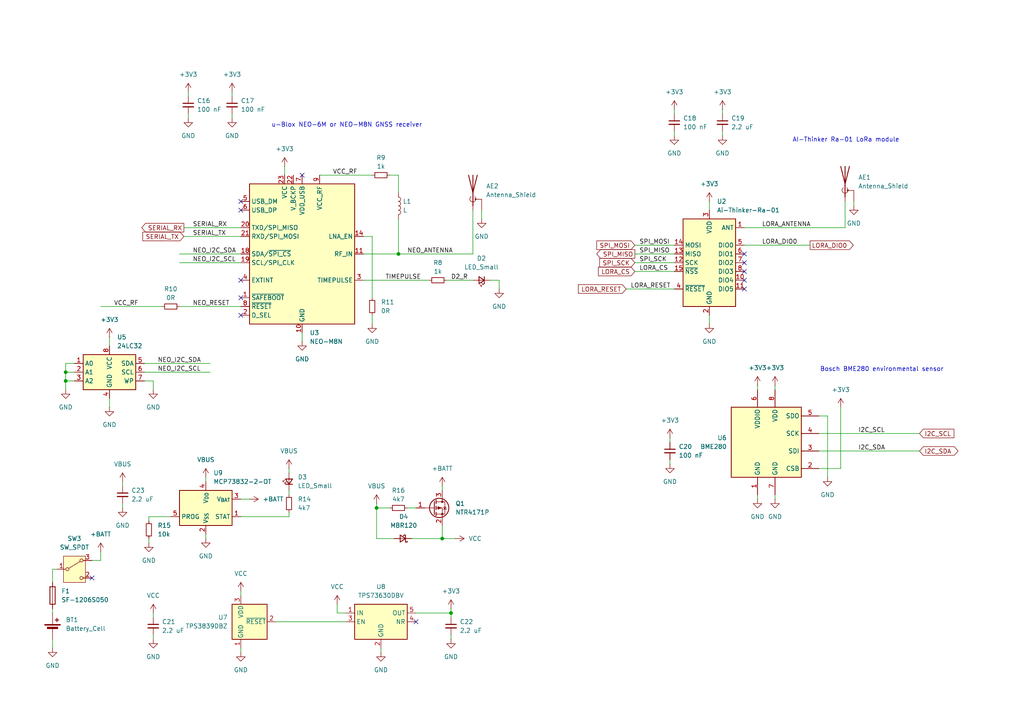
<source format=kicad_sch>
(kicad_sch (version 20231120) (generator "eeschema") (generator_version "8.0")
  (paper "A4")
  (title_block (title "RP2040LoRaTracker") (date "2025-03-31") (rev "0.1") (company "generationmake"))
  (lib_symbols
    (symbol "Battery_Management:MCP73832-2-OT"
      (property "Reference" "U" (at -7.62 6.35 0))
      (property "Value" "MCP73832-2-OT" (at 1.27 6.35 0))
      (symbol "MCP73832-2-OT_0_1"
        (rectangle (start -7.62 5.08) (end 7.62 -5.08) (stroke (width 0.254)) (fill (type background)))
      )
      (symbol "MCP73832-2-OT_1_1"
        (pin open_collector line (at 10.16 -2.54 180) (length 2.54) (name "STAT") (number "1"))
        (pin power_in line (at 0 -7.62 90) (length 2.54) (name "V_{SS}") (number "2"))
        (pin power_out line (at 10.16 2.54 180) (length 2.54) (name "V_{BAT}") (number "3"))
        (pin power_in line (at 0 7.62 270) (length 2.54) (name "V_{DD}") (number "4"))
        (pin input line (at -10.16 -2.54 0) (length 2.54) (name "PROG") (number "5"))
      )
    )
    (symbol "Device:Antenna_Shield" (pin_numbers hide) (pin_names (offset 1.016) hide)
      (property "Reference" "AE" (at -1.905 4.445 0))
      (property "Value" "Antenna_Shield" (at -1.905 2.54 0))
      (symbol "Antenna_Shield_0_1"
        (arc (start -0.508 -1.143) (mid -0.8429 -2.1194) (end 0 -2.667))
        (arc (start 0 -2.667) (mid 0.7989 -2.1052) (end 0.508 -1.143))
        (polyline (pts (xy 0 -2.54) (xy 0 0)))
        (polyline (pts (xy 0 5.08) (xy 0 -3.81)) (stroke (width 0.254)))
        (polyline (pts (xy 0.762 -1.905) (xy 2.54 -1.905)))
        (polyline (pts (xy 2.54 -2.54) (xy 2.54 -1.905)))
        (polyline (pts (xy 1.27 5.08) (xy 0 0) (xy -1.27 5.08)) (stroke (width 0.254)))
        (circle (center 0.762 -1.905) (radius 0.1778) (fill (type outline)))
      )
      (symbol "Antenna_Shield_1_1"
        (pin input line (at 0 -5.08 90) (length 2.54) (name "A") (number "1"))
        (pin input line (at 2.54 -5.08 90) (length 2.54) (name "Shield") (number "2"))
      )
    )
    (symbol "Device:Battery_Cell" (pin_numbers hide) (pin_names (offset 0) hide)
      (property "Reference" "BT" (at 2.54 2.54 0))
      (property "Value" "Battery_Cell" (at 2.54 0 0))
      (symbol "Battery_Cell_0_1"
        (rectangle (start -2.286 1.778) (end 2.286 1.524) (fill (type outline)))
        (rectangle (start -1.524 1.016) (end 1.524 0.508) (fill (type outline)))
        (polyline (pts (xy 0 0.762) (xy 0 0)))
        (polyline (pts (xy 0 1.778) (xy 0 2.54)))
        (polyline (pts (xy 0.762 3.048) (xy 1.778 3.048)) (stroke (width 0.254)))
        (polyline (pts (xy 1.27 3.556) (xy 1.27 2.54)) (stroke (width 0.254)))
      )
      (symbol "Battery_Cell_1_1"
        (pin passive line (at 0 5.08 270) (length 2.54) (name "+") (number "1"))
        (pin passive line (at 0 -2.54 90) (length 2.54) (name "-") (number "2"))
      )
    )
    (symbol "Device:C_Small" (pin_numbers hide) (pin_names (offset 0.254) hide)
      (property "Reference" "C" (at 0.254 1.778 0))
      (property "Value" "C_Small" (at 0.254 -2.032 0))
      (symbol "C_Small_0_1"
        (polyline (pts (xy -1.524 -0.508) (xy 1.524 -0.508)) (stroke (width 0.3302)))
        (polyline (pts (xy -1.524 0.508) (xy 1.524 0.508)) (stroke (width 0.3048)))
      )
      (symbol "C_Small_1_1"
        (pin passive line (at 0 2.54 270) (length 2.032) (name "~") (number "1"))
        (pin passive line (at 0 -2.54 90) (length 2.032) (name "~") (number "2"))
      )
    )
    (symbol "Device:D_Schottky_Small" (pin_numbers hide) (pin_names (offset 0.254) hide)
      (property "Reference" "D" (at -1.27 2.032 0))
      (property "Value" "D_Schottky_Small" (at -7.112 -2.032 0))
      (symbol "D_Schottky_Small_0_1"
        (polyline (pts (xy -0.762 0) (xy 0.762 0)))
        (polyline (pts (xy 0.762 -1.016) (xy -0.762 0) (xy 0.762 1.016) (xy 0.762 -1.016)) (stroke (width 0.254)))
        (polyline (pts (xy -1.27 0.762) (xy -1.27 1.016) (xy -0.762 1.016) (xy -0.762 -1.016) (xy -0.254 -1.016) (xy -0.254 -0.762)) (stroke (width 0.254)))
      )
      (symbol "D_Schottky_Small_1_1"
        (pin passive line (at -2.54 0 0) (length 1.778) (name "K") (number "1"))
        (pin passive line (at 2.54 0 180) (length 1.778) (name "A") (number "2"))
      )
    )
    (symbol "Device:Fuse" (pin_numbers hide) (pin_names (offset 0))
      (property "Reference" "F" (at 2.032 0 90))
      (property "Value" "Fuse" (at -1.905 0 90))
      (symbol "Fuse_0_1"
        (rectangle (start -0.762 -2.54) (end 0.762 2.54) (stroke (width 0.254)))
        (polyline (pts (xy 0 2.54) (xy 0 -2.54)))
      )
      (symbol "Fuse_1_1"
        (pin passive line (at 0 3.81 270) (length 1.27) (name "~") (number "1"))
        (pin passive line (at 0 -3.81 90) (length 1.27) (name "~") (number "2"))
      )
    )
    (symbol "Device:L" (pin_numbers hide) (pin_names (offset 1.016) hide)
      (property "Reference" "L" (at -1.27 0 90))
      (property "Value" "L" (at 1.905 0 90))
      (symbol "L_0_1"
        (arc (start 0 -2.54) (mid 0.6323 -1.905) (end 0 -1.27))
        (arc (start 0 -1.27) (mid 0.6323 -0.635) (end 0 0))
        (arc (start 0 0) (mid 0.6323 0.635) (end 0 1.27))
        (arc (start 0 1.27) (mid 0.6323 1.905) (end 0 2.54))
      )
      (symbol "L_1_1"
        (pin passive line (at 0 3.81 270) (length 1.27) (name "1") (number "1"))
        (pin passive line (at 0 -3.81 90) (length 1.27) (name "2") (number "2"))
      )
    )
    (symbol "Device:LED_Small" (pin_numbers hide) (pin_names (offset 0.254) hide)
      (property "Reference" "D" (at -1.27 3.175 0))
      (property "Value" "LED_Small" (at -4.445 -2.54 0))
      (symbol "LED_Small_0_1"
        (polyline (pts (xy -0.762 -1.016) (xy -0.762 1.016)) (stroke (width 0.254)))
        (polyline (pts (xy 1.016 0) (xy -0.762 0)))
        (polyline (pts (xy 0.762 -1.016) (xy -0.762 0) (xy 0.762 1.016) (xy 0.762 -1.016)) (stroke (width 0.254)))
        (polyline (pts (xy 0 0.762) (xy -0.508 1.27) (xy -0.254 1.27) (xy -0.508 1.27) (xy -0.508 1.016)))
        (polyline (pts (xy 0.508 1.27) (xy 0 1.778) (xy 0.254 1.778) (xy 0 1.778) (xy 0 1.524)))
      )
      (symbol "LED_Small_1_1"
        (pin passive line (at -2.54 0 0) (length 1.778) (name "K") (number "1"))
        (pin passive line (at 2.54 0 180) (length 1.778) (name "A") (number "2"))
      )
    )
    (symbol "Device:Q_PMOS_GSD" (pin_names (offset 0) hide)
      (property "Reference" "Q" (at 5.08 1.27 0))
      (property "Value" "Q_PMOS_GSD" (at 5.08 -1.27 0))
      (symbol "Q_PMOS_GSD_0_1"
        (polyline (pts (xy 0.254 0) (xy -2.54 0)))
        (polyline (pts (xy 0.254 1.905) (xy 0.254 -1.905)) (stroke (width 0.254)))
        (polyline (pts (xy 0.762 -1.27) (xy 0.762 -2.286)) (stroke (width 0.254)))
        (polyline (pts (xy 0.762 0.508) (xy 0.762 -0.508)) (stroke (width 0.254)))
        (polyline (pts (xy 0.762 2.286) (xy 0.762 1.27)) (stroke (width 0.254)))
        (polyline (pts (xy 2.54 2.54) (xy 2.54 1.778)))
        (polyline (pts (xy 2.54 -2.54) (xy 2.54 0) (xy 0.762 0)))
        (polyline (pts (xy 0.762 1.778) (xy 3.302 1.778) (xy 3.302 -1.778) (xy 0.762 -1.778)))
        (polyline (pts (xy 2.286 0) (xy 1.27 0.381) (xy 1.27 -0.381) (xy 2.286 0)) (fill (type outline)))
        (polyline (pts (xy 2.794 -0.508) (xy 2.921 -0.381) (xy 3.683 -0.381) (xy 3.81 -0.254)))
        (polyline (pts (xy 3.302 -0.381) (xy 2.921 0.254) (xy 3.683 0.254) (xy 3.302 -0.381)))
        (circle (center 1.651 0) (radius 2.794) (stroke (width 0.254)))
        (circle (center 2.54 -1.778) (radius 0.254) (fill (type outline)))
        (circle (center 2.54 1.778) (radius 0.254) (fill (type outline)))
      )
      (symbol "Q_PMOS_GSD_1_1"
        (pin input line (at -5.08 0 0) (length 2.54) (name "G") (number "1"))
        (pin passive line (at 2.54 -5.08 90) (length 2.54) (name "S") (number "2"))
        (pin passive line (at 2.54 5.08 270) (length 2.54) (name "D") (number "3"))
      )
    )
    (symbol "Device:R_Small" (pin_numbers hide) (pin_names (offset 0.254) hide)
      (property "Reference" "R" (at 0.762 0.508 0))
      (property "Value" "R_Small" (at 0.762 -1.016 0))
      (symbol "R_Small_0_1"
        (rectangle (start -0.762 1.778) (end 0.762 -1.778) (stroke (width 0.2032)))
      )
      (symbol "R_Small_1_1"
        (pin passive line (at 0 2.54 270) (length 0.762) (name "~") (number "1"))
        (pin passive line (at 0 -2.54 90) (length 0.762) (name "~") (number "2"))
      )
    )
    (symbol "Memory_EEPROM:24LC32"
      (property "Reference" "U" (at -6.35 6.35 0))
      (property "Value" "24LC32" (at 1.27 6.35 0))
      (symbol "24LC32_1_1"
        (rectangle (start -7.62 5.08) (end 7.62 -5.08) (stroke (width 0.254)) (fill (type background)))
        (pin input line (at -10.16 2.54 0) (length 2.54) (name "A0") (number "1"))
        (pin input line (at -10.16 0 0) (length 2.54) (name "A1") (number "2"))
        (pin input line (at -10.16 -2.54 0) (length 2.54) (name "A2") (number "3"))
        (pin power_in line (at 0 -7.62 90) (length 2.54) (name "GND") (number "4"))
        (pin bidirectional line (at 10.16 2.54 180) (length 2.54) (name "SDA") (number "5"))
        (pin input line (at 10.16 0 180) (length 2.54) (name "SCL") (number "6"))
        (pin input line (at 10.16 -2.54 180) (length 2.54) (name "WP") (number "7"))
        (pin power_in line (at 0 7.62 270) (length 2.54) (name "VCC") (number "8"))
      )
    )
    (symbol "Power_Supervisor:TPS3839DBZ" (pin_names (offset 0.254))
      (property "Reference" "U" (at 2.54 8.89 0))
      (property "Value" "TPS3839DBZ" (at 2.54 6.35 0))
      (symbol "TPS3839DBZ_0_1"
        (rectangle (start -2.54 5.08) (end 7.62 -5.08) (stroke (width 0.254)) (fill (type background)))
      )
      (symbol "TPS3839DBZ_1_1"
        (pin power_in line (at 0 -7.62 90) (length 2.54) (name "GND") (number "1"))
        (pin output line (at 10.16 0 180) (length 2.54) (name "~{RESET}") (number "2"))
        (pin power_in line (at 0 7.62 270) (length 2.54) (name "VDD") (number "3"))
      )
    )
    (symbol "RF_GPS:NEO-M8N"
      (property "Reference" "U" (at -13.97 21.59 0))
      (property "Value" "NEO-M8N" (at 11.43 21.59 0))
      (symbol "NEO-M8N_0_1"
        (rectangle (start -15.24 20.32) (end 15.24 -20.32) (stroke (width 0.254)) (fill (type background)))
      )
      (symbol "NEO-M8N_1_1"
        (pin input line (at -17.78 -12.7 0) (length 2.54) (name "~{SAFEBOOT}") (number "1"))
        (pin power_in line (at 0 -22.86 90) (length 2.54) (name "GND") (number "10"))
        (pin input line (at 17.78 0 180) (length 2.54) (name "RF_IN") (number "11"))
        (pin passive line (at 0 -22.86 90) (length 2.54) hide (name "GND") (number "12"))
        (pin passive line (at 0 -22.86 90) (length 2.54) hide (name "GND") (number "13"))
        (pin output line (at 17.78 5.08 180) (length 2.54) (name "LNA_EN") (number "14"))
        (pin no_connect line (at 15.24 -10.16 180) (length 2.54) hide (name "RESERVED") (number "15"))
        (pin no_connect line (at 15.24 -12.7 180) (length 2.54) hide (name "RESERVED") (number "16"))
        (pin no_connect line (at 15.24 -15.24 180) (length 2.54) hide (name "RESERVED") (number "17"))
        (pin bidirectional line (at -17.78 0 0) (length 2.54) (name "SDA/~{SPI_CS}") (number "18"))
        (pin input line (at -17.78 -2.54 0) (length 2.54) (name "SCL/SPI_CLK") (number "19"))
        (pin input line (at -17.78 -17.78 0) (length 2.54) (name "D_SEL") (number "2"))
        (pin output line (at -17.78 7.62 0) (length 2.54) (name "TXD/SPI_MISO") (number "20"))
        (pin input line (at -17.78 5.08 0) (length 2.54) (name "RXD/SPI_MOSI") (number "21"))
        (pin power_in line (at -2.54 22.86 270) (length 2.54) (name "V_BCKP") (number "22"))
        (pin power_in line (at -5.08 22.86 270) (length 2.54) (name "VCC") (number "23"))
        (pin passive line (at 0 -22.86 90) (length 2.54) hide (name "GND") (number "24"))
        (pin output line (at 17.78 -7.62 180) (length 2.54) (name "TIMEPULSE") (number "3"))
        (pin input line (at -17.78 -7.62 0) (length 2.54) (name "EXTINT") (number "4"))
        (pin bidirectional line (at -17.78 15.24 0) (length 2.54) (name "USB_DM") (number "5"))
        (pin bidirectional line (at -17.78 12.7 0) (length 2.54) (name "USB_DP") (number "6"))
        (pin power_in line (at 0 22.86 270) (length 2.54) (name "VDD_USB") (number "7"))
        (pin input line (at -17.78 -15.24 0) (length 2.54) (name "~{RESET}") (number "8"))
        (pin power_out line (at 5.08 22.86 270) (length 2.54) (name "VCC_RF") (number "9"))
      )
    )
    (symbol "RF_Module:Ai-Thinker-Ra-01"
      (property "Reference" "U" (at 2.54 17.78 0))
      (property "Value" "Ai-Thinker-Ra-01" (at 13.97 -15.24 0))
      (symbol "Ai-Thinker-Ra-01_0_1"
        (rectangle (start -7.62 12.7) (end 7.62 -12.7) (stroke (width 0.254)) (fill (type background)))
      )
      (symbol "Ai-Thinker-Ra-01_1_1"
        (pin passive line (at 10.16 10.16 180) (length 2.54) (name "ANT") (number "1"))
        (pin bidirectional line (at 10.16 -5.08 180) (length 2.54) (name "DIO4") (number "10"))
        (pin bidirectional line (at 10.16 -7.62 180) (length 2.54) (name "DIO5") (number "11"))
        (pin input line (at -10.16 0 0) (length 2.54) (name "SCK") (number "12"))
        (pin output line (at -10.16 2.54 0) (length 2.54) (name "MISO") (number "13"))
        (pin input line (at -10.16 5.08 0) (length 2.54) (name "MOSI") (number "14"))
        (pin input line (at -10.16 -2.54 0) (length 2.54) (name "~{NSS}") (number "15"))
        (pin passive line (at 0 -15.24 90) (length 2.54) hide (name "GND") (number "16"))
        (pin power_in line (at 0 -15.24 90) (length 2.54) (name "GND") (number "2"))
        (pin power_in line (at 0 15.24 270) (length 2.54) (name "VDD") (number "3"))
        (pin input line (at -10.16 -7.62 0) (length 2.54) (name "~{RESET}") (number "4"))
        (pin bidirectional line (at 10.16 5.08 180) (length 2.54) (name "DIO0") (number "5"))
        (pin bidirectional line (at 10.16 2.54 180) (length 2.54) (name "DIO1") (number "6"))
        (pin bidirectional line (at 10.16 0 180) (length 2.54) (name "DIO2") (number "7"))
        (pin bidirectional line (at 10.16 -2.54 180) (length 2.54) (name "DIO3") (number "8"))
        (pin passive line (at 0 -15.24 90) (length 2.54) hide (name "GND") (number "9"))
      )
    )
    (symbol "Regulator_Linear:TPS73630DBV"
      (property "Reference" "U" (at -6.35 6.35 0))
      (property "Value" "TPS73630DBV" (at 1.27 6.35 0))
      (symbol "TPS73630DBV_0_1"
        (rectangle (start -7.62 -5.08) (end 7.62 5.08) (stroke (width 0.254)) (fill (type background)))
      )
      (symbol "TPS73630DBV_1_1"
        (pin power_in line (at -10.16 2.54 0) (length 2.54) (name "IN") (number "1"))
        (pin power_in line (at 0 -7.62 90) (length 2.54) (name "GND") (number "2"))
        (pin input line (at -10.16 0 0) (length 2.54) (name "EN") (number "3"))
        (pin passive line (at 10.16 0 180) (length 2.54) (name "NR") (number "4"))
        (pin power_out line (at 10.16 2.54 180) (length 2.54) (name "OUT") (number "5"))
      )
    )
    (symbol "Sensor:BME280"
      (property "Reference" "U" (at -8.89 11.43 0))
      (property "Value" "BME280" (at 7.62 11.43 0))
      (symbol "BME280_0_1"
        (rectangle (start -10.16 10.16) (end 10.16 -10.16) (stroke (width 0.254)) (fill (type background)))
      )
      (symbol "BME280_1_1"
        (pin power_in line (at -2.54 -15.24 90) (length 5.08) (name "GND") (number "1"))
        (pin input line (at 15.24 -7.62 180) (length 5.08) (name "CSB") (number "2"))
        (pin bidirectional line (at 15.24 -2.54 180) (length 5.08) (name "SDI") (number "3"))
        (pin input line (at 15.24 2.54 180) (length 5.08) (name "SCK") (number "4"))
        (pin bidirectional line (at 15.24 7.62 180) (length 5.08) (name "SDO") (number "5"))
        (pin power_in line (at -2.54 15.24 270) (length 5.08) (name "VDDIO") (number "6"))
        (pin power_in line (at 2.54 -15.24 90) (length 5.08) (name "GND") (number "7"))
        (pin power_in line (at 2.54 15.24 270) (length 5.08) (name "VDD") (number "8"))
      )
    )
    (symbol "Switch:SW_SPDT_312" (pin_names (offset 1) hide)
      (property "Reference" "SW" (at 0 5.08 0))
      (property "Value" "SW_SPDT_312" (at 0 -5.08 0))
      (symbol "SW_SPDT_312_0_1"
        (circle (center -2.032 0) (radius 0.4572))
        (polyline (pts (xy -1.651 0.254) (xy 1.651 2.286)))
        (circle (center 2.032 -2.54) (radius 0.4572))
        (circle (center 2.032 2.54) (radius 0.4572))
      )
      (symbol "SW_SPDT_312_1_1"
        (rectangle (start -3.175 3.81) (end 3.175 -3.81) (fill (type background)))
        (pin passive line (at -5.08 0 0) (length 2.54) (name "B") (number "1"))
        (pin passive line (at 5.08 -2.54 180) (length 2.54) (name "C") (number "2"))
        (pin passive line (at 5.08 2.54 180) (length 2.54) (name "A") (number "3"))
      )
    )
    (symbol "power:+3V3" (power) (pin_numbers hide) (pin_names (offset 0) hide)
      (property "Value" "+3V3" (at 0 3.556 0))
      (symbol "+3V3_0_1"
        (polyline (pts (xy -0.762 1.27) (xy 0 2.54)))
        (polyline (pts (xy 0 0) (xy 0 2.54)))
        (polyline (pts (xy 0 2.54) (xy 0.762 1.27)))
      )
      (symbol "+3V3_1_1"
        (pin power_in line (at 0 0 90) (length 0) (name "~") (number "1"))
      )
    )
    (symbol "power:+BATT" (power) (pin_numbers hide) (pin_names (offset 0) hide)
      (property "Value" "+BATT" (at 0 3.556 0))
      (symbol "+BATT_0_1"
        (polyline (pts (xy -0.762 1.27) (xy 0 2.54)))
        (polyline (pts (xy 0 0) (xy 0 2.54)))
        (polyline (pts (xy 0 2.54) (xy 0.762 1.27)))
      )
      (symbol "+BATT_1_1"
        (pin power_in line (at 0 0 90) (length 0) (name "~") (number "1"))
      )
    )
    (symbol "power:GND" (power) (pin_numbers hide) (pin_names (offset 0) hide)
      (property "Value" "GND" (at 0 -3.81 0))
      (symbol "GND_0_1"
        (polyline (pts (xy 0 0) (xy 0 -1.27) (xy 1.27 -1.27) (xy 0 -2.54) (xy -1.27 -1.27) (xy 0 -1.27)))
      )
      (symbol "GND_1_1"
        (pin power_in line (at 0 0 270) (length 0) (name "~") (number "1"))
      )
    )
    (symbol "power:VBUS" (power) (pin_numbers hide) (pin_names (offset 0) hide)
      (property "Value" "VBUS" (at 0 3.556 0))
      (symbol "VBUS_0_1"
        (polyline (pts (xy -0.762 1.27) (xy 0 2.54)))
        (polyline (pts (xy 0 0) (xy 0 2.54)))
        (polyline (pts (xy 0 2.54) (xy 0.762 1.27)))
      )
      (symbol "VBUS_1_1"
        (pin power_in line (at 0 0 90) (length 0) (name "~") (number "1"))
      )
    )
    (symbol "power:VCC" (power) (pin_numbers hide) (pin_names (offset 0) hide)
      (property "Value" "VCC" (at 0 3.556 0))
      (symbol "VCC_0_1"
        (polyline (pts (xy -0.762 1.27) (xy 0 2.54)))
        (polyline (pts (xy 0 0) (xy 0 2.54)))
        (polyline (pts (xy 0 2.54) (xy 0.762 1.27)))
      )
      (symbol "VCC_1_1"
        (pin power_in line (at 0 0 90) (length 0) (name "~") (number "1"))
      )
    )
  )
  (junction (at 130.81 177.8))
  (junction (at 115.57 73.66))
  (junction (at 128.27 156.21))
  (junction (at 109.22 147.32))
  (junction (at 19.05 110.49))
  (junction (at 19.05 107.95))
  (no_connect (at 215.9 73.66))
  (no_connect (at 69.85 58.42))
  (no_connect (at 69.85 86.36))
  (no_connect (at 215.9 83.82))
  (no_connect (at 215.9 76.2))
  (no_connect (at 87.63 50.8))
  (no_connect (at 120.65 180.34))
  (no_connect (at 69.85 60.96))
  (no_connect (at 26.67 167.64))
  (no_connect (at 215.9 81.28))
  (no_connect (at 215.9 78.74))
  (no_connect (at 69.85 81.28))
  (no_connect (at 69.85 91.44))
  (wire (pts (xy 105.41 68.58) (xy 107.95 68.58)))
  (wire (pts (xy 69.85 144.78) (xy 72.39 144.78)))
  (wire (pts (xy 80.01 180.34) (xy 100.33 180.34)))
  (wire (pts (xy 128.27 156.21) (xy 132.08 156.21)))
  (wire (pts (xy 54.61 26.67) (xy 54.61 27.94)))
  (wire (pts (xy 219.71 111.76) (xy 219.71 113.03)))
  (wire (pts (xy 115.57 63.5) (xy 115.57 73.66)))
  (wire (pts (xy 49.53 149.86) (xy 43.18 149.86)))
  (wire (pts (xy 26.67 162.56) (xy 29.21 162.56)))
  (wire (pts (xy 109.22 147.32) (xy 113.03 147.32)))
  (wire (pts (xy 118.11 147.32) (xy 120.65 147.32)))
  (wire (pts (xy 87.63 96.52) (xy 87.63 99.06)))
  (wire (pts (xy 69.85 149.86) (xy 83.82 149.86)))
  (wire (pts (xy 83.82 135.89) (xy 83.82 137.16)))
  (wire (pts (xy 120.65 177.8) (xy 130.81 177.8)))
  (wire (pts (xy 237.49 130.81) (xy 266.7 130.81)))
  (wire (pts (xy 67.31 26.67) (xy 67.31 27.94)))
  (wire (pts (xy 52.07 76.2) (xy 69.85 76.2)))
  (wire (pts (xy 142.24 81.28) (xy 144.78 81.28)))
  (wire (pts (xy 54.61 33.02) (xy 54.61 34.29)))
  (wire (pts (xy 144.78 81.28) (xy 144.78 83.82)))
  (wire (pts (xy 21.59 105.41) (xy 19.05 105.41)))
  (wire (pts (xy 240.03 120.65) (xy 240.03 138.43)))
  (wire (pts (xy 224.79 111.76) (xy 224.79 113.03)))
  (wire (pts (xy 105.41 73.66) (xy 115.57 73.66)))
  (wire (pts (xy 52.07 88.9) (xy 69.85 88.9)))
  (wire (pts (xy 43.18 149.86) (xy 43.18 151.13)))
  (wire (pts (xy 107.95 68.58) (xy 107.95 86.36)))
  (wire (pts (xy 69.85 171.45) (xy 69.85 172.72)))
  (wire (pts (xy 35.56 146.05) (xy 35.56 147.32)))
  (wire (pts (xy 115.57 50.8) (xy 115.57 55.88)))
  (wire (pts (xy 59.69 138.43) (xy 59.69 139.7)))
  (wire (pts (xy 139.7 60.96) (xy 139.7 63.5)))
  (wire (pts (xy 119.38 156.21) (xy 128.27 156.21)))
  (wire (pts (xy 184.15 73.66) (xy 195.58 73.66)))
  (wire (pts (xy 115.57 73.66) (xy 137.16 73.66)))
  (wire (pts (xy 184.15 78.74) (xy 195.58 78.74)))
  (wire (pts (xy 209.55 38.1) (xy 209.55 39.37)))
  (wire (pts (xy 31.75 115.57) (xy 31.75 118.11)))
  (wire (pts (xy 31.75 97.79) (xy 31.75 100.33)))
  (wire (pts (xy 114.3 156.21) (xy 109.22 156.21)))
  (wire (pts (xy 194.31 127) (xy 194.31 128.27)))
  (wire (pts (xy 184.15 76.2) (xy 195.58 76.2)))
  (wire (pts (xy 128.27 152.4) (xy 128.27 156.21)))
  (wire (pts (xy 44.45 177.8) (xy 44.45 179.07)))
  (wire (pts (xy 67.31 33.02) (xy 67.31 34.29)))
  (wire (pts (xy 29.21 162.56) (xy 29.21 160.02)))
  (wire (pts (xy 19.05 105.41) (xy 19.05 107.95)))
  (wire (pts (xy 243.84 135.89) (xy 243.84 118.11)))
  (wire (pts (xy 83.82 142.24) (xy 83.82 143.51)))
  (wire (pts (xy 83.82 149.86) (xy 83.82 148.59)))
  (wire (pts (xy 69.85 187.96) (xy 69.85 189.23)))
  (wire (pts (xy 195.58 38.1) (xy 195.58 39.37)))
  (wire (pts (xy 44.45 184.15) (xy 44.45 185.42)))
  (wire (pts (xy 105.41 81.28) (xy 124.46 81.28)))
  (wire (pts (xy 15.24 176.53) (xy 15.24 177.8)))
  (wire (pts (xy 205.74 91.44) (xy 205.74 93.98)))
  (wire (pts (xy 82.55 48.26) (xy 82.55 50.8)))
  (wire (pts (xy 19.05 107.95) (xy 19.05 110.49)))
  (wire (pts (xy 110.49 187.96) (xy 110.49 189.23)))
  (wire (pts (xy 41.91 110.49) (xy 44.45 110.49)))
  (wire (pts (xy 130.81 177.8) (xy 130.81 179.07)))
  (wire (pts (xy 237.49 120.65) (xy 240.03 120.65)))
  (wire (pts (xy 97.79 177.8) (xy 97.79 175.26)))
  (wire (pts (xy 52.07 73.66) (xy 69.85 73.66)))
  (wire (pts (xy 215.9 71.12) (xy 234.95 71.12)))
  (wire (pts (xy 245.11 66.04) (xy 245.11 58.42)))
  (wire (pts (xy 19.05 110.49) (xy 21.59 110.49)))
  (wire (pts (xy 19.05 110.49) (xy 19.05 113.03)))
  (wire (pts (xy 128.27 140.97) (xy 128.27 142.24)))
  (wire (pts (xy 44.45 110.49) (xy 44.45 113.03)))
  (wire (pts (xy 109.22 156.21) (xy 109.22 147.32)))
  (wire (pts (xy 35.56 139.7) (xy 35.56 140.97)))
  (wire (pts (xy 43.18 156.21) (xy 43.18 157.48)))
  (wire (pts (xy 195.58 31.75) (xy 195.58 33.02)))
  (wire (pts (xy 130.81 176.53) (xy 130.81 177.8)))
  (wire (pts (xy 237.49 135.89) (xy 243.84 135.89)))
  (wire (pts (xy 19.05 107.95) (xy 21.59 107.95)))
  (wire (pts (xy 29.21 88.9) (xy 46.99 88.9)))
  (wire (pts (xy 41.91 107.95) (xy 60.96 107.95)))
  (wire (pts (xy 53.34 66.04) (xy 69.85 66.04)))
  (wire (pts (xy 92.71 50.8) (xy 107.95 50.8)))
  (wire (pts (xy 129.54 81.28) (xy 137.16 81.28)))
  (wire (pts (xy 107.95 91.44) (xy 107.95 93.98)))
  (wire (pts (xy 113.03 50.8) (xy 115.57 50.8)))
  (wire (pts (xy 15.24 185.42) (xy 15.24 187.96)))
  (wire (pts (xy 247.65 58.42) (xy 247.65 59.69)))
  (wire (pts (xy 109.22 147.32) (xy 109.22 146.05)))
  (wire (pts (xy 194.31 133.35) (xy 194.31 134.62)))
  (wire (pts (xy 59.69 154.94) (xy 59.69 156.21)))
  (wire (pts (xy 97.79 177.8) (xy 100.33 177.8)))
  (wire (pts (xy 181.61 83.82) (xy 195.58 83.82)))
  (wire (pts (xy 219.71 143.51) (xy 219.71 144.78)))
  (wire (pts (xy 209.55 31.75) (xy 209.55 33.02)))
  (wire (pts (xy 130.81 184.15) (xy 130.81 185.42)))
  (wire (pts (xy 215.9 66.04) (xy 245.11 66.04)))
  (wire (pts (xy 184.15 71.12) (xy 195.58 71.12)))
  (wire (pts (xy 15.24 168.91) (xy 15.24 165.1)))
  (wire (pts (xy 53.34 68.58) (xy 69.85 68.58)))
  (wire (pts (xy 205.74 58.42) (xy 205.74 60.96)))
  (wire (pts (xy 237.49 125.73) (xy 266.7 125.73)))
  (wire (pts (xy 137.16 73.66) (xy 137.16 60.96)))
  (wire (pts (xy 224.79 143.51) (xy 224.79 144.78)))
  (wire (pts (xy 15.24 165.1) (xy 16.51 165.1)))
  (wire (pts (xy 41.91 105.41) (xy 60.96 105.41)))
  (text "u-Blox NEO-6M or NEO-M8N GNSS receiver" (at 100.584 36.322 0) (effects (font (size 1.27 1.27))))
  (text "Bosch BME280 environmental sensor" (at 255.778 107.188 0) (effects (font (size 1.27 1.27))))
  (text "AI-Thinker Ra-01 LoRa module" (at 245.364 40.64 0) (effects (font (size 1.27 1.27))))
  (label "SPI_MOSI" (at 185.42 71.12 0))
  (label "SPI_SCK" (at 185.42 76.2 0))
  (label "LORA_CS" (at 185.42 78.74 0))
  (label "TIMEPULSE" (at 111.76 81.28 0))
  (label "NEO_I2C_SDA" (at 45.72 105.41 0))
  (label "NEO_ANTENNA" (at 118.11 73.66 0))
  (label "NEO_I2C_SCL" (at 45.72 107.95 0))
  (label "SPI_MISO" (at 185.42 73.66 0))
  (label "LORA_ANTENNA" (at 220.98 66.04 0))
  (label "D2_R" (at 130.81 81.28 0))
  (label "NEO_I2C_SCL" (at 55.88 76.2 0))
  (label "SERIAL_TX" (at 55.88 68.58 0))
  (label "SERIAL_RX" (at 55.88 66.04 0))
  (label "I2C_SCL" (at 248.92 125.73 0))
  (label "VCC_RF" (at 96.52 50.8 0))
  (label "NEO_RESET" (at 55.88 88.9 0))
  (label "LORA_DIO0" (at 220.98 71.12 0))
  (label "I2C_SDA" (at 248.92 130.81 0))
  (label "LORA_RESET" (at 182.88 83.82 0))
  (label "NEO_I2C_SDA" (at 55.88 73.66 0))
  (label "VCC_RF" (at 33.02 88.9 0))
  (global_label "SERIAL_RX" (shape output) (at 53.34 66.04 180) (property "Intersheetrefs" "${INTERSHEET_REFS}" (effects (hide yes))))
  (global_label "SERIAL_TX" (shape input) (at 53.34 68.58 180) (property "Intersheetrefs" "${INTERSHEET_REFS}" (effects (hide yes))))
  (global_label "LORA_DIO0" (shape output) (at 234.95 71.12 0) (property "Intersheetrefs" "${INTERSHEET_REFS}" (effects (hide yes))))
  (global_label "LORA_CS" (shape input) (at 184.15 78.74 180) (property "Intersheetrefs" "${INTERSHEET_REFS}" (effects (hide yes))))
  (global_label "I2C_SCL" (shape input) (at 266.7 125.73 0) (property "Intersheetrefs" "${INTERSHEET_REFS}" (effects (hide yes))))
  (global_label "I2C_SDA" (shape bidirectional) (at 266.7 130.81 0) (property "Intersheetrefs" "${INTERSHEET_REFS}" (effects (hide yes))))
  (global_label "SPI_SCK" (shape input) (at 184.15 76.2 180) (property "Intersheetrefs" "${INTERSHEET_REFS}" (effects (hide yes))))
  (global_label "LORA_RESET" (shape input) (at 181.61 83.82 180) (property "Intersheetrefs" "${INTERSHEET_REFS}" (effects (hide yes))))
  (global_label "SPI_MOSI" (shape input) (at 184.15 71.12 180) (property "Intersheetrefs" "${INTERSHEET_REFS}" (effects (hide yes))))
  (global_label "SPI_MISO" (shape output) (at 184.15 73.66 180) (property "Intersheetrefs" "${INTERSHEET_REFS}" (effects (hide yes))))
  (symbol (lib_id "Device:LED_Small") (at 139.7 81.28 180) (unit 1)
    (property "Reference" "D2" (at 139.6365 74.93 0))
    (property "Value" "LED_Small" (at 139.6365 77.47 0))
    (property "Footprint" "LED_SMD:LED_0603_1608Metric" (effects (hide yes)))
    (property "Description" "Light emitting diode, small symbol" (effects (hide yes)))
  )
  (symbol (lib_id "Device:L") (at 115.57 59.69 0) (unit 1)
    (property "Reference" "L1" (at 116.84 58.4199 0) (effects (justify left)))
    (property "Value" "L" (at 116.84 60.9599 0) (effects (justify left)))
    (property "Footprint" "Inductor_SMD:L_0805_2012Metric" (effects (hide yes)))
    (property "Description" "Inductor" (effects (hide yes)))
  )
  (symbol (lib_id "power:GND") (at 224.79 144.78 0) (unit 1)
    (property "Reference" "#PWR67" (effects (hide yes)))
    (property "Value" "GND" (at 224.79 149.86 0))
    (property "Description" "Power symbol creates a global label with name \"GND\" , ground" (effects (hide yes)))
  )
  (symbol (lib_id "power:GND") (at 110.49 189.23 0) (unit 1)
    (property "Reference" "#PWR82" (effects (hide yes)))
    (property "Value" "GND" (at 110.49 194.31 0))
    (property "Description" "Power symbol creates a global label with name \"GND\" , ground" (effects (hide yes)))
  )
  (symbol (lib_id "Device:R_Small") (at 83.82 146.05 180) (unit 1)
    (property "Reference" "R14" (at 86.36 144.7799 0) (effects (justify right)))
    (property "Value" "4k7" (at 86.36 147.3199 0) (effects (justify right)))
    (property "Footprint" "Resistor_SMD:R_0603_1608Metric" (effects (hide yes)))
    (property "Description" "Resistor, small symbol" (effects (hide yes)))
  )
  (symbol (lib_id "Regulator_Linear:TPS73630DBV") (at 110.49 180.34 0) (unit 1)
    (property "Reference" "U8" (at 110.49 170.18 0))
    (property "Value" "TPS73630DBV" (at 110.49 172.72 0))
    (property "Footprint" "Package_TO_SOT_SMD:SOT-23-5" (effects (hide yes)))
    (property "Datasheet" "http://www.ti.com/lit/ds/symlink/tps736.pdf" (effects (hide yes)))
    (property "Description" "Cap free NMOS 400mA Low Drop 3.0V Regulator, SOT-23-5" (effects (hide yes)))
  )
  (symbol (lib_id "power:+3V3") (at 243.84 118.11 0) (unit 1)
    (property "Reference" "#PWR71" (effects (hide yes)))
    (property "Value" "+3V3" (at 243.84 113.03 0))
    (property "Description" "Power symbol creates a global label with name \"+3V3\"" (effects (hide yes)))
  )
  (symbol (lib_id "power:GND") (at 87.63 99.06 0) (unit 1)
    (property "Reference" "#PWR2" (effects (hide yes)))
    (property "Value" "GND" (at 87.63 104.14 0))
    (property "Description" "Power symbol creates a global label with name \"GND\" , ground" (effects (hide yes)))
  )
  (symbol (lib_id "power:+3V3") (at 219.71 111.76 0) (unit 1)
    (property "Reference" "#PWR68" (effects (hide yes)))
    (property "Value" "+3V3" (at 219.71 106.68 0))
    (property "Description" "Power symbol creates a global label with name \"+3V3\"" (effects (hide yes)))
  )
  (symbol (lib_id "power:GND") (at 194.31 134.62 0) (unit 1)
    (property "Reference" "#PWR65" (effects (hide yes)))
    (property "Value" "GND" (at 194.31 139.7 0))
    (property "Description" "Power symbol creates a global label with name \"GND\" , ground" (effects (hide yes)))
  )
  (symbol (lib_id "Power_Supervisor:TPS3839DBZ") (at 69.85 180.34 0) (unit 1)
    (property "Reference" "U7" (at 66.04 179.0699 0) (effects (justify right)))
    (property "Value" "TPS3839DBZ" (at 66.04 181.6099 0) (effects (justify right)))
    (property "Footprint" "Package_TO_SOT_SMD:SOT-23" (effects (hide yes)))
    (property "Datasheet" "http://www.ti.com/lit/ds/sbvs193d/sbvs193d.pdf" (effects (hide yes)))
    (property "Description" "150-nA, Ultralow Power, Supply Voltage Monitor, SOT-23" (effects (hide yes)))
  )
  (symbol (lib_id "power:GND") (at 19.05 113.03 0) (unit 1)
    (property "Reference" "#PWR60" (effects (hide yes)))
    (property "Value" "GND" (at 19.05 118.11 0))
    (property "Description" "Power symbol creates a global label with name \"GND\" , ground" (effects (hide yes)))
  )
  (symbol (lib_id "power:GND") (at 31.75 118.11 0) (unit 1)
    (property "Reference" "#PWR59" (effects (hide yes)))
    (property "Value" "GND" (at 31.75 123.19 0))
    (property "Description" "Power symbol creates a global label with name \"GND\" , ground" (effects (hide yes)))
  )
  (symbol (lib_id "Battery_Management:MCP73832-2-OT") (at 59.69 147.32 0) (unit 1)
    (property "Reference" "U9" (at 61.8841 137.16 0) (effects (justify left)))
    (property "Value" "MCP73832-2-OT" (at 61.8841 139.7 0) (effects (justify left)))
    (property "Footprint" "Package_TO_SOT_SMD:SOT-23-5" (effects (hide yes)))
    (property "Datasheet" "http://ww1.microchip.com/downloads/en/DeviceDoc/20001984g.pdf" (effects (hide yes)))
    (property "Description" "Single cell, Li-Ion/Li-Po charge management controller, 4.20V, Open-Drain Status Output, in SOT23-5 package" (effects (hide yes)))
  )
  (symbol (lib_id "Device:C_Small") (at 35.56 143.51 0) (unit 1)
    (property "Reference" "C23" (at 38.1 142.2462 0) (effects (justify left)))
    (property "Value" "2.2 uF" (at 38.1 144.7862 0) (effects (justify left)))
    (property "Footprint" "Capacitor_SMD:C_0603_1608Metric" (effects (hide yes)))
    (property "Description" "Unpolarized capacitor, small symbol" (effects (hide yes)))
  )
  (symbol (lib_id "power:GND") (at 209.55 39.37 0) (unit 1)
    (property "Reference" "#PWR52" (effects (hide yes)))
    (property "Value" "GND" (at 209.55 44.45 0))
    (property "Description" "Power symbol creates a global label with name \"GND\" , ground" (effects (hide yes)))
  )
  (symbol (lib_id "power:VBUS") (at 35.56 139.7 0) (unit 1)
    (property "Reference" "#PWR84" (effects (hide yes)))
    (property "Value" "VBUS" (at 35.56 134.62 0))
    (property "Description" "Power symbol creates a global label with name \"VBUS\"" (effects (hide yes)))
  )
  (symbol (lib_id "power:+3V3") (at 224.79 111.76 0) (unit 1)
    (property "Reference" "#PWR69" (effects (hide yes)))
    (property "Value" "+3V3" (at 224.79 106.68 0))
    (property "Description" "Power symbol creates a global label with name \"+3V3\"" (effects (hide yes)))
  )
  (symbol (lib_id "Device:Battery_Cell") (at 15.24 182.88 0) (unit 1)
    (property "Reference" "BT1" (at 19.05 179.7684 0) (effects (justify left)))
    (property "Value" "Battery_Cell" (at 19.05 182.3084 0) (effects (justify left)))
    (property "Footprint" "generationmake:KEYSTONE_1043" (effects (hide yes)))
    (property "Description" "Single-cell battery" (effects (hide yes)))
  )
  (symbol (lib_id "Device:R_Small") (at 107.95 88.9 180) (unit 1)
    (property "Reference" "R11" (at 110.49 87.6299 0) (effects (justify right)))
    (property "Value" "0R" (at 110.49 90.1699 0) (effects (justify right)))
    (property "Footprint" "Resistor_SMD:R_0603_1608Metric" (effects (hide yes)))
    (property "Description" "Resistor, small symbol" (effects (hide yes)))
  )
  (symbol (lib_id "Device:R_Small") (at 49.53 88.9 90) (unit 1)
    (property "Reference" "R10" (at 49.53 83.82 90))
    (property "Value" "0R" (at 49.53 86.36 90))
    (property "Footprint" "Resistor_SMD:R_0603_1608Metric" (effects (hide yes)))
    (property "Description" "Resistor, small symbol" (effects (hide yes)))
  )
  (symbol (lib_id "Memory_EEPROM:24LC32") (at 31.75 107.95 0) (unit 1)
    (property "Reference" "U5" (at 33.9441 97.79 0) (effects (justify left)))
    (property "Value" "24LC32" (at 33.9441 100.33 0) (effects (justify left)))
    (property "Footprint" "Package_SO:TSSOP-8_4.4x3mm_P0.65mm" (effects (hide yes)))
    (property "Datasheet" "http://ww1.microchip.com/downloads/en/DeviceDoc/21072G.pdf" (effects (hide yes)))
    (property "Description" "I2C Serial EEPROM, 32Kb, DIP-8/SOIC-8/TSSOP-8/DFN-8" (effects (hide yes)))
  )
  (symbol (lib_id "power:GND") (at 44.45 113.03 0) (unit 1)
    (property "Reference" "#PWR61" (effects (hide yes)))
    (property "Value" "GND" (at 44.45 118.11 0))
    (property "Description" "Power symbol creates a global label with name \"GND\" , ground" (effects (hide yes)))
  )
  (symbol (lib_id "Device:R_Small") (at 43.18 153.67 180) (unit 1)
    (property "Reference" "R15" (at 45.72 152.3999 0) (effects (justify right)))
    (property "Value" "10k" (at 45.72 154.9399 0) (effects (justify right)))
    (property "Footprint" "Resistor_SMD:R_0603_1608Metric" (effects (hide yes)))
    (property "Description" "Resistor, small symbol" (effects (hide yes)))
  )
  (symbol (lib_id "power:+3V3") (at 31.75 97.79 0) (unit 1)
    (property "Reference" "#PWR58" (effects (hide yes)))
    (property "Value" "+3V3" (at 31.75 92.71 0))
    (property "Description" "Power symbol creates a global label with name \"+3V3\"" (effects (hide yes)))
  )
  (symbol (lib_id "power:GND") (at 205.74 93.98 0) (unit 1)
    (property "Reference" "#PWR3" (effects (hide yes)))
    (property "Value" "GND" (at 205.74 99.06 0))
    (property "Description" "Power symbol creates a global label with name \"GND\" , ground" (effects (hide yes)))
  )
  (symbol (lib_id "power:GND") (at 15.24 187.96 0) (unit 1)
    (property "Reference" "#PWR54" (effects (hide yes)))
    (property "Value" "GND" (at 15.24 193.04 0))
    (property "Description" "Power symbol creates a global label with name \"GND\" , ground" (effects (hide yes)))
  )
  (symbol (lib_id "power:+3V3") (at 205.74 58.42 0) (unit 1)
    (property "Reference" "#PWR4" (effects (hide yes)))
    (property "Value" "+3V3" (at 205.74 53.34 0))
    (property "Description" "Power symbol creates a global label with name \"+3V3\"" (effects (hide yes)))
  )
  (symbol (lib_id "Device:Antenna_Shield") (at 245.11 53.34 0) (unit 1)
    (property "Reference" "AE1" (at 248.92 51.4349 0) (effects (justify left)))
    (property "Value" "Antenna_Shield" (at 248.92 53.9749 0) (effects (justify left)))
    (property "Footprint" "Connector_Coaxial:SMA_Amphenol_132289_EdgeMount" (effects (hide yes)))
    (property "Description" "Antenna with extra pin for shielding" (effects (hide yes)))
  )
  (symbol (lib_id "power:GND") (at 59.69 156.21 0) (unit 1)
    (property "Reference" "#PWR88" (effects (hide yes)))
    (property "Value" "GND" (at 59.69 161.29 0))
    (property "Description" "Power symbol creates a global label with name \"GND\" , ground" (effects (hide yes)))
  )
  (symbol (lib_id "power:GND") (at 240.03 138.43 0) (unit 1)
    (property "Reference" "#PWR70" (effects (hide yes)))
    (property "Value" "GND" (at 240.03 143.51 0))
    (property "Description" "Power symbol creates a global label with name \"GND\" , ground" (effects (hide yes)))
  )
  (symbol (lib_id "Device:LED_Small") (at 83.82 139.7 90) (unit 1)
    (property "Reference" "D3" (at 86.36 138.3664 90) (effects (justify right)))
    (property "Value" "LED_Small" (at 86.36 140.9064 90) (effects (justify right)))
    (property "Footprint" "LED_SMD:LED_0603_1608Metric" (effects (hide yes)))
    (property "Description" "Light emitting diode, small symbol" (effects (hide yes)))
  )
  (symbol (lib_id "power:VCC") (at 44.45 177.8 0) (unit 1)
    (property "Reference" "#PWR91" (effects (hide yes)))
    (property "Value" "VCC" (at 44.45 172.72 0))
    (property "Description" "Power symbol creates a global label with name \"VCC\"" (effects (hide yes)))
  )
  (symbol (lib_id "Device:D_Schottky_Small") (at 116.84 156.21 180) (unit 1)
    (property "Reference" "D4" (at 117.094 149.86 0))
    (property "Value" "MBR120" (at 117.094 152.4 0))
    (property "Footprint" "Diode_SMD:D_SOD-123" (effects (hide yes)))
    (property "Description" "Schottky diode, small symbol" (effects (hide yes)))
  )
  (symbol (lib_id "Device:R_Small") (at 127 81.28 90) (unit 1)
    (property "Reference" "R8" (at 127 76.2 90))
    (property "Value" "1k" (at 127 78.74 90))
    (property "Footprint" "Resistor_SMD:R_0603_1608Metric" (effects (hide yes)))
    (property "Description" "Resistor, small symbol" (effects (hide yes)))
  )
  (symbol (lib_id "power:GND") (at 54.61 34.29 0) (unit 1)
    (property "Reference" "#PWR46" (effects (hide yes)))
    (property "Value" "GND" (at 54.61 39.37 0))
    (property "Description" "Power symbol creates a global label with name \"GND\" , ground" (effects (hide yes)))
  )
  (symbol (lib_id "power:+3V3") (at 82.55 48.26 0) (unit 1)
    (property "Reference" "#PWR57" (effects (hide yes)))
    (property "Value" "+3V3" (at 82.55 43.18 0))
    (property "Description" "Power symbol creates a global label with name \"+3V3\"" (effects (hide yes)))
  )
  (symbol (lib_id "power:VCC") (at 132.08 156.21 270) (unit 1)
    (property "Reference" "#PWR81" (effects (hide yes)))
    (property "Value" "VCC" (at 135.89 156.2099 90) (effects (justify left)))
    (property "Description" "Power symbol creates a global label with name \"VCC\"" (effects (hide yes)))
  )
  (symbol (lib_id "power:+BATT") (at 29.21 160.02 0) (unit 1)
    (property "Reference" "#PWR55" (effects (hide yes)))
    (property "Value" "+BATT" (at 29.21 154.94 0))
    (property "Description" "Power symbol creates a global label with name \"+BATT\"" (effects (hide yes)))
  )
  (symbol (lib_id "Device:C_Small") (at 209.55 35.56 0) (unit 1)
    (property "Reference" "C19" (at 212.09 34.2962 0) (effects (justify left)))
    (property "Value" "2.2 uF" (at 212.09 36.8362 0) (effects (justify left)))
    (property "Footprint" "Capacitor_SMD:C_0603_1608Metric" (effects (hide yes)))
    (property "Description" "Unpolarized capacitor, small symbol" (effects (hide yes)))
  )
  (symbol (lib_id "Sensor:BME280") (at 222.25 128.27 0) (unit 1)
    (property "Reference" "U6" (at 210.82 126.9999 0) (effects (justify right)))
    (property "Value" "BME280" (at 210.82 129.5399 0) (effects (justify right)))
    (property "Footprint" "Package_LGA:Bosch_LGA-8_2.5x2.5mm_P0.65mm_ClockwisePinNumbering" (effects (hide yes)))
    (property "Datasheet" "https://www.bosch-sensortec.com/media/boschsensortec/downloads/datasheets/bst-bme280-ds002.pdf" (effects (hide yes)))
    (property "Description" "3-in-1 sensor, humidity, pressure, temperature, I2C and SPI interface, 1.71-3.6V, LGA-8" (effects (hide yes)))
  )
  (symbol (lib_id "Device:Q_PMOS_GSD") (at 125.73 147.32 0) (unit 1)
    (property "Reference" "Q1" (at 132.08 146.0499 0) (effects (justify left)))
    (property "Value" "NTR4171P" (at 132.08 148.5899 0) (effects (justify left)))
    (property "Footprint" "Package_TO_SOT_SMD:SOT-23" (effects (hide yes)))
    (property "Description" "P-MOSFET transistor, gate/source/drain" (effects (hide yes)))
  )
  (symbol (lib_id "power:+3V3") (at 67.31 26.67 0) (unit 1)
    (property "Reference" "#PWR47" (effects (hide yes)))
    (property "Value" "+3V3" (at 67.31 21.59 0))
    (property "Description" "Power symbol creates a global label with name \"+3V3\"" (effects (hide yes)))
  )
  (symbol (lib_id "power:+3V3") (at 194.31 127 0) (unit 1)
    (property "Reference" "#PWR64" (effects (hide yes)))
    (property "Value" "+3V3" (at 194.31 121.92 0))
    (property "Description" "Power symbol creates a global label with name \"+3V3\"" (effects (hide yes)))
  )
  (symbol (lib_id "power:GND") (at 144.78 83.82 0) (unit 1)
    (property "Reference" "#PWR56" (effects (hide yes)))
    (property "Value" "GND" (at 144.78 88.9 0))
    (property "Description" "Power symbol creates a global label with name \"GND\" , ground" (effects (hide yes)))
  )
  (symbol (lib_id "Device:C_Small") (at 44.45 181.61 0) (unit 1)
    (property "Reference" "C21" (at 46.99 180.3462 0) (effects (justify left)))
    (property "Value" "2.2 uF" (at 46.99 182.8862 0) (effects (justify left)))
    (property "Footprint" "Capacitor_SMD:C_0603_1608Metric" (effects (hide yes)))
    (property "Description" "Unpolarized capacitor, small symbol" (effects (hide yes)))
  )
  (symbol (lib_id "power:+BATT") (at 72.39 144.78 270) (unit 1)
    (property "Reference" "#PWR89" (effects (hide yes)))
    (property "Value" "+BATT" (at 76.2 144.7799 90) (effects (justify left)))
    (property "Description" "Power symbol creates a global label with name \"+BATT\"" (effects (hide yes)))
  )
  (symbol (lib_id "power:+3V3") (at 195.58 31.75 0) (unit 1)
    (property "Reference" "#PWR49" (effects (hide yes)))
    (property "Value" "+3V3" (at 195.58 26.67 0))
    (property "Description" "Power symbol creates a global label with name \"+3V3\"" (effects (hide yes)))
  )
  (symbol (lib_id "power:GND") (at 247.65 59.69 0) (unit 1)
    (property "Reference" "#PWR53" (effects (hide yes)))
    (property "Value" "GND" (at 247.65 64.77 0))
    (property "Description" "Power symbol creates a global label with name \"GND\" , ground" (effects (hide yes)))
  )
  (symbol (lib_id "power:GND") (at 130.81 185.42 0) (unit 1)
    (property "Reference" "#PWR79" (effects (hide yes)))
    (property "Value" "GND" (at 130.81 190.5 0))
    (property "Description" "Power symbol creates a global label with name \"GND\" , ground" (effects (hide yes)))
  )
  (symbol (lib_id "power:GND") (at 195.58 39.37 0) (unit 1)
    (property "Reference" "#PWR50" (effects (hide yes)))
    (property "Value" "GND" (at 195.58 44.45 0))
    (property "Description" "Power symbol creates a global label with name \"GND\" , ground" (effects (hide yes)))
  )
  (symbol (lib_id "power:+3V3") (at 54.61 26.67 0) (unit 1)
    (property "Reference" "#PWR45" (effects (hide yes)))
    (property "Value" "+3V3" (at 54.61 21.59 0))
    (property "Description" "Power symbol creates a global label with name \"+3V3\"" (effects (hide yes)))
  )
  (symbol (lib_id "Device:R_Small") (at 110.49 50.8 90) (unit 1)
    (property "Reference" "R9" (at 110.49 45.72 90))
    (property "Value" "1k" (at 110.49 48.26 90))
    (property "Footprint" "Resistor_SMD:R_0603_1608Metric" (effects (hide yes)))
    (property "Description" "Resistor, small symbol" (effects (hide yes)))
  )
  (symbol (lib_id "RF_GPS:NEO-M8N") (at 87.63 73.66 0) (unit 1)
    (property "Reference" "U3" (at 89.8241 96.52 0) (effects (justify left)))
    (property "Value" "NEO-M8N" (at 89.8241 99.06 0) (effects (justify left)))
    (property "Footprint" "RF_GPS:ublox_NEO" (effects (hide yes)))
    (property "Datasheet" "https://content.u-blox.com/sites/default/files/NEO-M8-FW3_DataSheet_UBX-15031086.pdf" (effects (hide yes)))
    (property "Description" "GNSS Module NEO M8, VCC 2.7V to 3.6V" (effects (hide yes)))
  )
  (symbol (lib_id "power:+3V3") (at 130.81 176.53 0) (unit 1)
    (property "Reference" "#PWR78" (effects (hide yes)))
    (property "Value" "+3V3" (at 130.81 171.45 0))
    (property "Description" "Power symbol creates a global label with name \"+3V3\"" (effects (hide yes)))
  )
  (symbol (lib_id "power:GND") (at 219.71 144.78 0) (unit 1)
    (property "Reference" "#PWR66" (effects (hide yes)))
    (property "Value" "GND" (at 219.71 149.86 0))
    (property "Description" "Power symbol creates a global label with name \"GND\" , ground" (effects (hide yes)))
  )
  (symbol (lib_id "power:VBUS") (at 83.82 135.89 0) (unit 1)
    (property "Reference" "#PWR87" (effects (hide yes)))
    (property "Value" "VBUS" (at 83.82 130.81 0))
    (property "Description" "Power symbol creates a global label with name \"VBUS\"" (effects (hide yes)))
  )
  (symbol (lib_id "Device:C_Small") (at 67.31 30.48 0) (unit 1)
    (property "Reference" "C17" (at 69.85 29.2162 0) (effects (justify left)))
    (property "Value" "100 nF" (at 69.85 31.7562 0) (effects (justify left)))
    (property "Footprint" "Capacitor_SMD:C_0603_1608Metric" (effects (hide yes)))
    (property "Description" "Unpolarized capacitor, small symbol" (effects (hide yes)))
  )
  (symbol (lib_id "Device:C_Small") (at 194.31 130.81 0) (unit 1)
    (property "Reference" "C20" (at 196.85 129.5462 0) (effects (justify left)))
    (property "Value" "100 nF" (at 196.85 132.0862 0) (effects (justify left)))
    (property "Footprint" "Capacitor_SMD:C_0603_1608Metric" (effects (hide yes)))
    (property "Description" "Unpolarized capacitor, small symbol" (effects (hide yes)))
  )
  (symbol (lib_id "power:GND") (at 44.45 185.42 0) (unit 1)
    (property "Reference" "#PWR77" (effects (hide yes)))
    (property "Value" "GND" (at 44.45 190.5 0))
    (property "Description" "Power symbol creates a global label with name \"GND\" , ground" (effects (hide yes)))
  )
  (symbol (lib_id "power:+3V3") (at 209.55 31.75 0) (unit 1)
    (property "Reference" "#PWR51" (effects (hide yes)))
    (property "Value" "+3V3" (at 209.55 26.67 0))
    (property "Description" "Power symbol creates a global label with name \"+3V3\"" (effects (hide yes)))
  )
  (symbol (lib_id "RF_Module:Ai-Thinker-Ra-01") (at 205.74 76.2 0) (unit 1)
    (property "Reference" "U2" (at 207.9341 58.42 0) (effects (justify left)))
    (property "Value" "Ai-Thinker-Ra-01" (at 207.9341 60.96 0) (effects (justify left)))
    (property "Footprint" "RF_Module:Ai-Thinker-Ra-01-LoRa" (effects (hide yes)))
    (property "Datasheet" "http://wiki.ai-thinker.com/_media/lora/docs/c047ps01a1_ra-01_product_specification_v1.1.pdf" (effects (hide yes)))
    (property "Description" "Ai-Thinker Ra-01 410-525 MHz LoRa Module, SPI interface, external antenna" (effects (hide yes)))
  )
  (symbol (lib_id "power:+BATT") (at 128.27 140.97 0) (unit 1)
    (property "Reference" "#PWR93" (effects (hide yes)))
    (property "Value" "+BATT" (at 128.27 135.89 0))
    (property "Description" "Power symbol creates a global label with name \"+BATT\"" (effects (hide yes)))
  )
  (symbol (lib_id "Device:C_Small") (at 130.81 181.61 0) (unit 1)
    (property "Reference" "C22" (at 133.35 180.3462 0) (effects (justify left)))
    (property "Value" "2.2 uF" (at 133.35 182.8862 0) (effects (justify left)))
    (property "Footprint" "Capacitor_SMD:C_0603_1608Metric" (effects (hide yes)))
    (property "Description" "Unpolarized capacitor, small symbol" (effects (hide yes)))
  )
  (symbol (lib_id "Device:R_Small") (at 115.57 147.32 270) (unit 1)
    (property "Reference" "R16" (at 115.57 142.24 90))
    (property "Value" "4k7" (at 115.57 144.78 90))
    (property "Footprint" "Resistor_SMD:R_0603_1608Metric" (effects (hide yes)))
    (property "Description" "Resistor, small symbol" (effects (hide yes)))
  )
  (symbol (lib_id "power:VBUS") (at 109.22 146.05 0) (unit 1)
    (property "Reference" "#PWR92" (effects (hide yes)))
    (property "Value" "VBUS" (at 109.22 140.97 0))
    (property "Description" "Power symbol creates a global label with name \"VBUS\"" (effects (hide yes)))
  )
  (symbol (lib_id "power:GND") (at 69.85 189.23 0) (unit 1)
    (property "Reference" "#PWR83" (effects (hide yes)))
    (property "Value" "GND" (at 69.85 194.31 0))
    (property "Description" "Power symbol creates a global label with name \"GND\" , ground" (effects (hide yes)))
  )
  (symbol (lib_id "power:VBUS") (at 59.69 138.43 0) (unit 1)
    (property "Reference" "#PWR86" (effects (hide yes)))
    (property "Value" "VBUS" (at 59.69 133.35 0))
    (property "Description" "Power symbol creates a global label with name \"VBUS\"" (effects (hide yes)))
  )
  (symbol (lib_id "power:GND") (at 139.7 63.5 0) (unit 1)
    (property "Reference" "#PWR62" (effects (hide yes)))
    (property "Value" "GND" (at 139.7 68.58 0))
    (property "Description" "Power symbol creates a global label with name \"GND\" , ground" (effects (hide yes)))
  )
  (symbol (lib_id "Device:Fuse") (at 15.24 172.72 0) (unit 1)
    (property "Reference" "F1" (at 17.78 171.4499 0) (effects (justify left)))
    (property "Value" "SF-1206S050" (at 17.78 173.9899 0) (effects (justify left)))
    (property "Footprint" "Fuse:Fuse_1206_3216Metric" (effects (hide yes)))
    (property "Description" "Fuse" (effects (hide yes)))
  )
  (symbol (lib_id "power:GND") (at 35.56 147.32 0) (unit 1)
    (property "Reference" "#PWR85" (effects (hide yes)))
    (property "Value" "GND" (at 35.56 152.4 0))
    (property "Description" "Power symbol creates a global label with name \"GND\" , ground" (effects (hide yes)))
  )
  (symbol (lib_id "power:VCC") (at 69.85 171.45 0) (unit 1)
    (property "Reference" "#PWR76" (effects (hide yes)))
    (property "Value" "VCC" (at 69.85 166.37 0))
    (property "Description" "Power symbol creates a global label with name \"VCC\"" (effects (hide yes)))
  )
  (symbol (lib_id "Device:Antenna_Shield") (at 137.16 55.88 0) (unit 1)
    (property "Reference" "AE2" (at 140.97 53.9749 0) (effects (justify left)))
    (property "Value" "Antenna_Shield" (at 140.97 56.5149 0) (effects (justify left)))
    (property "Footprint" "Connector_Coaxial:U.FL_Hirose_U.FL-R-SMT-1_Vertical" (effects (hide yes)))
    (property "Description" "Antenna with extra pin for shielding" (effects (hide yes)))
  )
  (symbol (lib_id "power:VCC") (at 97.79 175.26 0) (unit 1)
    (property "Reference" "#PWR80" (effects (hide yes)))
    (property "Value" "VCC" (at 97.79 170.18 0))
    (property "Description" "Power symbol creates a global label with name \"VCC\"" (effects (hide yes)))
  )
  (symbol (lib_id "Device:C_Small") (at 195.58 35.56 0) (unit 1)
    (property "Reference" "C18" (at 198.12 34.2962 0) (effects (justify left)))
    (property "Value" "100 nF" (at 198.12 36.8362 0) (effects (justify left)))
    (property "Footprint" "Capacitor_SMD:C_0603_1608Metric" (effects (hide yes)))
    (property "Description" "Unpolarized capacitor, small symbol" (effects (hide yes)))
  )
  (symbol (lib_id "power:GND") (at 43.18 157.48 0) (unit 1)
    (property "Reference" "#PWR90" (effects (hide yes)))
    (property "Value" "GND" (at 43.18 162.56 0))
    (property "Description" "Power symbol creates a global label with name \"GND\" , ground" (effects (hide yes)))
  )
  (symbol (lib_id "Device:C_Small") (at 54.61 30.48 0) (unit 1)
    (property "Reference" "C16" (at 57.15 29.2162 0) (effects (justify left)))
    (property "Value" "100 nF" (at 57.15 31.7562 0) (effects (justify left)))
    (property "Footprint" "Capacitor_SMD:C_0603_1608Metric" (effects (hide yes)))
    (property "Description" "Unpolarized capacitor, small symbol" (effects (hide yes)))
  )
  (symbol (lib_id "power:GND") (at 107.95 93.98 0) (unit 1)
    (property "Reference" "#PWR63" (effects (hide yes)))
    (property "Value" "GND" (at 107.95 99.06 0))
    (property "Description" "Power symbol creates a global label with name \"GND\" , ground" (effects (hide yes)))
  )
  (symbol (lib_id "Switch:SW_SPDT_312") (at 21.59 165.1 0) (unit 1)
    (property "Reference" "SW3" (at 21.59 156.21 0))
    (property "Value" "SW_SPDT" (at 21.59 158.75 0))
    (property "Footprint" "Button_Switch_THT:SW_Slide-03_Wuerth-WS-SLTV_10x2.5x6.4_P2.54mm" (effects (hide yes)))
    (property "Description" "Switch, single pole double throw" (effects (hide yes)))
  )
  (symbol (lib_id "power:GND") (at 67.31 34.29 0) (unit 1)
    (property "Reference" "#PWR48" (effects (hide yes)))
    (property "Value" "GND" (at 67.31 39.37 0))
    (property "Description" "Power symbol creates a global label with name \"GND\" , ground" (effects (hide yes)))
  )
)
</source>
